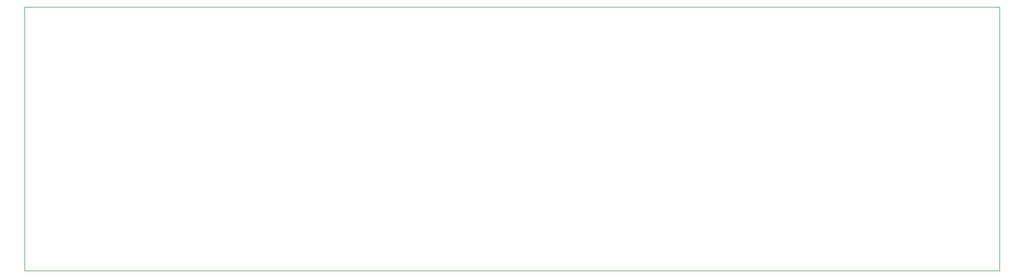
<source format=gko>
%FSLAX42Y42*%
%MOMM*%
G71*
G01*
G75*
%ADD10C,0.30*%
%ADD11R,0.50X2.80*%
%ADD12R,2.10X1.30*%
%ADD13R,1.80X1.60*%
%ADD14C,0.40*%
%ADD15C,0.60*%
%ADD16C,0.50*%
%ADD17C,0.25*%
%ADD18C,2.00*%
%ADD19R,1.50X1.50*%
%ADD20O,1.40X1.50*%
%ADD21C,1.50*%
%ADD22C,1.40*%
%ADD23C,1.20*%
%ADD24C,0.90*%
%ADD25R,1.60X1.25*%
%ADD26R,1.10X1.00*%
%ADD27R,1.30X1.50*%
%ADD28R,1.00X0.85*%
%ADD29R,1.50X1.30*%
%ADD30R,1.00X0.50*%
%ADD31R,1.50X0.25*%
%ADD32C,0.80*%
%ADD33C,0.20*%
%ADD34R,0.70X3.00*%
%ADD35R,2.30X1.50*%
%ADD36R,2.00X1.80*%
%ADD37C,2.20*%
%ADD38R,1.70X1.70*%
%ADD39O,1.60X1.70*%
%ADD40C,1.70*%
%ADD41C,1.60*%
%ADD42C,1.40*%
%ADD43C,1.10*%
%ADD44R,1.80X1.45*%
%ADD45R,1.30X1.20*%
%ADD46R,1.50X1.70*%
%ADD47R,1.20X1.05*%
%ADD48R,1.70X1.50*%
%ADD49C,0.00*%
D49*
X0Y-4200D02*
Y0D01*
X15500D01*
Y-4200D02*
Y0D01*
X0Y-4200D02*
X15500D01*
M02*

</source>
